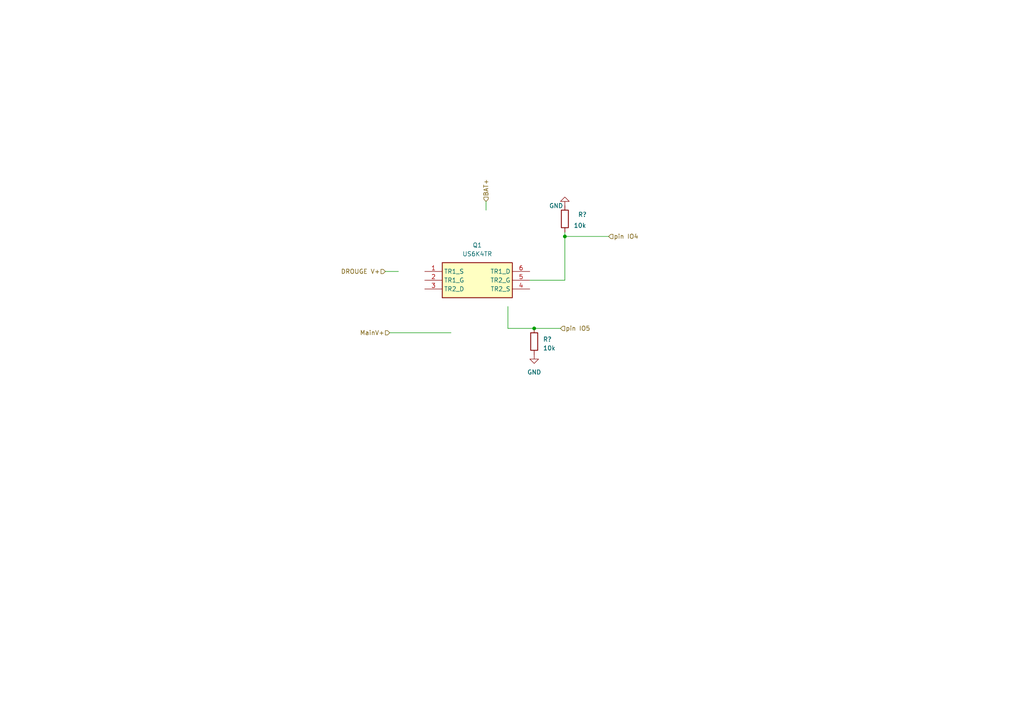
<source format=kicad_sch>
(kicad_sch (version 20231120) (generator "eeschema") (generator_version "8.0")
  (paper "A4")
  (lib_symbols
    (symbol "Device:R" (pin_numbers hide) (pin_names (offset 0))
      (property "Reference" "R" (at 2.032 0 90))
      (property "Value" "R" (at 0 0 90))
      (symbol "R_0_1"
        (rectangle (start -1.016 -2.54) (end 1.016 2.54) (stroke (width 0.254)))
      )
      (symbol "R_1_1"
        (pin passive line (at 0 3.81 270) (length 1.27) (name "~") (number "1"))
        (pin passive line (at 0 -3.81 90) (length 1.27) (name "~") (number "2"))
      )
    )
    (symbol "US6K4TR:US6K4TR"
      (property "Reference" "Q" (at 26.67 7.62 0))
      (property "Value" "US6K4TR" (at 26.67 5.08 0))
      (symbol "US6K4TR_1_1"
        (rectangle (start 5.08 2.54) (end 25.4 -7.62) (stroke (width 0.254)) (fill (type background)))
        (pin passive line (at 0 0 0) (length 5.08) (name "TR1_S") (number "1"))
        (pin passive line (at 0 -2.54 0) (length 5.08) (name "TR1_G") (number "2"))
        (pin passive line (at 0 -5.08 0) (length 5.08) (name "TR2_D") (number "3"))
        (pin passive line (at 30.48 -5.08 180) (length 5.08) (name "TR2_S") (number "4"))
        (pin passive line (at 30.48 -2.54 180) (length 5.08) (name "TR2_G") (number "5"))
        (pin passive line (at 30.48 0 180) (length 5.08) (name "TR1_D") (number "6"))
      )
    )
    (symbol "power:GND" (power) (pin_names (offset 0))
      (property "Value" "GND" (at 0 -3.81 0))
      (symbol "GND_0_1"
        (polyline (pts (xy 0 0) (xy 0 -1.27) (xy 1.27 -1.27) (xy 0 -2.54) (xy -1.27 -1.27) (xy 0 -1.27)))
      )
      (symbol "GND_1_1"
        (pin power_in line (at 0 0 270) (length 0) hide (name "GND") (number "1"))
      )
    )
  )
  (junction (at 154.94 95.25))
  (junction (at 163.83 68.58))
  (wire (pts (xy 147.32 88.9) (xy 147.32 95.25)))
  (wire (pts (xy 147.32 95.25) (xy 154.94 95.25)))
  (wire (pts (xy 115.57 78.74) (xy 111.76 78.74)))
  (wire (pts (xy 113.03 96.52) (xy 130.81 96.52)))
  (wire (pts (xy 140.97 58.42) (xy 140.97 60.96)))
  (wire (pts (xy 163.83 68.58) (xy 176.53 68.58)))
  (wire (pts (xy 163.83 81.28) (xy 153.67 81.28)))
  (wire (pts (xy 163.83 68.58) (xy 163.83 67.31)))
  (wire (pts (xy 154.94 95.25) (xy 162.56 95.25)))
  (wire (pts (xy 163.83 68.58) (xy 163.83 81.28)))
  (hierarchical_label "pin IO4" (shape input) (at 176.53 68.58 0))
  (hierarchical_label "MainV+" (shape input) (at 113.03 96.52 180))
  (hierarchical_label "BAT+" (shape input) (at 140.97 58.42 90))
  (hierarchical_label "pin IO5" (shape input) (at 162.56 95.25 0))
  (hierarchical_label "DROUGE V+" (shape input) (at 111.76 78.74 180))
  (symbol (lib_id "Device:R") (at 163.83 63.5 0) (unit 1)
    (property "Reference" "R?" (at 167.64 62.23 0) (effects (justify left)))
    (property "Value" "10k" (at 166.37 65.405 0) (effects (justify left)))
    (property "Footprint" "Resistor_SMD:R_0603_1608Metric" (effects (hide yes)))
  )
  (symbol (lib_id "power:GND") (at 154.94 102.87 0) (unit 1)
    (property "Reference" "#PWR?" (effects (hide yes)))
    (property "Value" "GND" (at 154.94 107.95 0))
  )
  (symbol (lib_id "power:GND") (at 163.83 59.69 180) (unit 1)
    (property "Reference" "#PWR?" (effects (hide yes)))
    (property "Value" "GND" (at 161.29 59.69 0))
  )
  (symbol (lib_id "US6K4TR:US6K4TR") (at 123.19 78.74 0) (unit 1)
    (property "Reference" "Q1" (at 138.43 71.12 0))
    (property "Value" "US6K4TR" (at 138.43 73.66 0))
    (property "Footprint" "US6K4TR" (effects (hide yes)))
    (property "Datasheet" "https://fscdn.rohm.com/en/products/databook/datasheet/discrete/transistor/mosfet/us6k4.pdf" (effects (hide yes)))
    (property "Description" "Mosfet Array 2 N-Channel (Dual) 20V 1.5A 1W Surface Mount TUMT6" (effects (hide yes)))
    (property "Height" "0.85" (effects (hide yes)))
    (property "Mouser Part Number" "755-US6K4TR" (effects (hide yes)))
    (property "Mouser Price/Stock" "https://www.mouser.co.uk/ProductDetail/ROHM-Semiconductor/US6K4TR?qs=IJ4m%2FCjbxWe5W6oP8dNQeg%3D%3D" (effects (hide yes)))
    (property "Manufacturer_Name" "ROHM Semiconductor" (effects (hide yes)))
    (property "Manufacturer_Part_Number" "US6K4TR" (effects (hide yes)))
  )
  (symbol (lib_id "Device:R") (at 154.94 99.06 0) (unit 1)
    (property "Reference" "R?" (at 157.48 98.425 0) (effects (justify left)))
    (property "Value" "10k" (at 157.48 100.965 0) (effects (justify left)))
    (property "Footprint" "Resistor_SMD:R_0603_1608Metric" (effects (hide yes)))
  )
)
</source>
